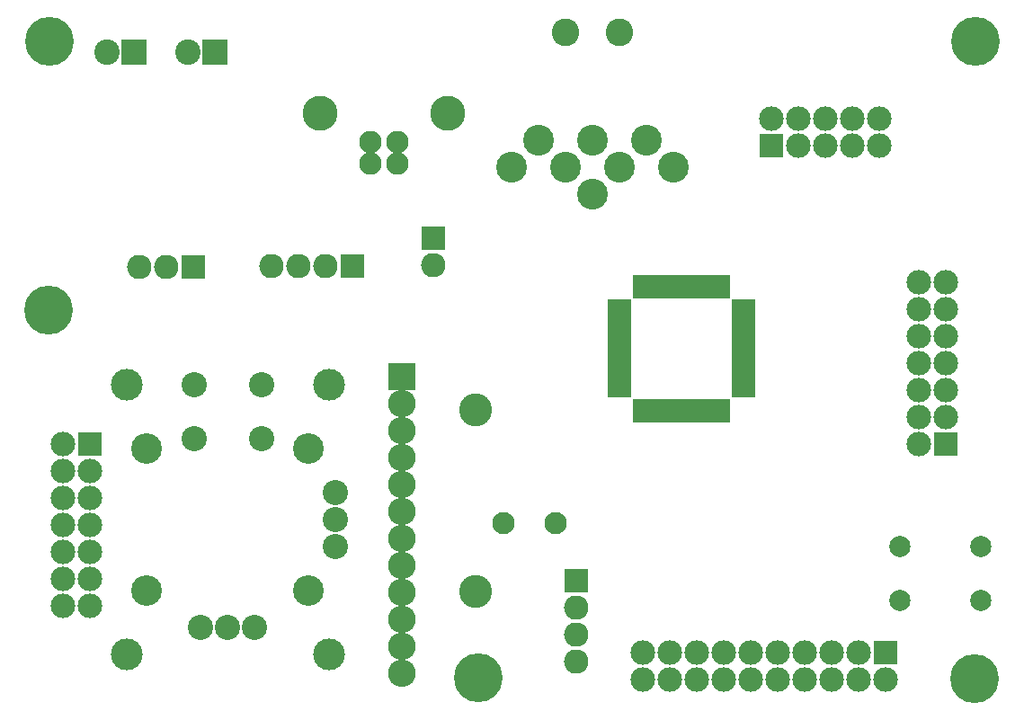
<source format=gbr>
G04 #@! TF.GenerationSoftware,KiCad,Pcbnew,5.0.0-fee4fd1~66~ubuntu18.04.1*
G04 #@! TF.CreationDate,2018-10-12T23:09:15+02:00*
G04 #@! TF.ProjectId,midi-v2-circuit,6D6964692D76322D636972637569742E,rev?*
G04 #@! TF.SameCoordinates,Original*
G04 #@! TF.FileFunction,Soldermask,Top*
G04 #@! TF.FilePolarity,Negative*
%FSLAX46Y46*%
G04 Gerber Fmt 4.6, Leading zero omitted, Abs format (unit mm)*
G04 Created by KiCad (PCBNEW 5.0.0-fee4fd1~66~ubuntu18.04.1) date Fri Oct 12 23:09:15 2018*
%MOMM*%
%LPD*%
G01*
G04 APERTURE LIST*
%ADD10C,4.600000*%
%ADD11C,3.100000*%
%ADD12R,2.327200X2.327200*%
%ADD13O,2.327200X2.327200*%
%ADD14R,2.300000X2.300000*%
%ADD15O,2.300000X2.300000*%
%ADD16C,2.378000*%
%ADD17C,2.886000*%
%ADD18C,3.000000*%
%ADD19C,1.997000*%
%ADD20O,2.598980X2.598980*%
%ADD21R,2.598980X2.598980*%
%ADD22C,2.100000*%
%ADD23R,2.400000X2.400000*%
%ADD24C,2.400000*%
%ADD25C,2.120000*%
%ADD26C,3.300000*%
%ADD27C,2.900000*%
%ADD28C,2.600000*%
%ADD29R,1.160000X2.200000*%
%ADD30R,2.200000X1.160000*%
G04 APERTURE END LIST*
D10*
G04 #@! TO.C,REF\002A\002A*
X107670600Y-74625200D03*
G04 #@! TD*
D11*
G04 #@! TO.C,REF\002A\002A*
X147866100Y-84007700D03*
G04 #@! TD*
G04 #@! TO.C,REF\002A\002A*
X147866100Y-101089200D03*
G04 #@! TD*
D12*
G04 #@! TO.C,J4*
X186512200Y-106902000D03*
D13*
X186512200Y-109442000D03*
X183972200Y-106902000D03*
X183972200Y-109442000D03*
X181432200Y-106902000D03*
X181432200Y-109442000D03*
X178892200Y-106902000D03*
X178892200Y-109442000D03*
X176352200Y-106902000D03*
X176352200Y-109442000D03*
X173812200Y-106902000D03*
X173812200Y-109442000D03*
X171272200Y-106902000D03*
X171272200Y-109442000D03*
X168732200Y-106902000D03*
X168732200Y-109442000D03*
X166192200Y-106902000D03*
X166192200Y-109442000D03*
X163652200Y-106902000D03*
X163652200Y-109442000D03*
G04 #@! TD*
D14*
G04 #@! TO.C,J2*
X157378400Y-100126800D03*
D15*
X157378400Y-102666800D03*
X157378400Y-105206800D03*
X157378400Y-107746800D03*
G04 #@! TD*
D16*
G04 #@! TO.C,RV1*
X127711200Y-81635600D03*
X121361200Y-81635600D03*
X127711200Y-86715600D03*
X121361200Y-86715600D03*
X127076200Y-104495600D03*
X124536200Y-104495600D03*
X121996200Y-104495600D03*
D17*
X132156200Y-87668100D03*
X132156200Y-101003100D03*
X116916200Y-101003100D03*
X116916200Y-87668100D03*
D16*
X134696200Y-91795600D03*
X134696200Y-94335600D03*
X134696200Y-96875600D03*
G04 #@! TD*
D10*
G04 #@! TO.C,REF\002A\002A*
X194894200Y-109296200D03*
G04 #@! TD*
D18*
G04 #@! TO.C,REF\002A\002A*
X115011200Y-81635600D03*
G04 #@! TD*
G04 #@! TO.C,REF\002A\002A*
X134061200Y-81635600D03*
G04 #@! TD*
G04 #@! TO.C,REF\002A\002A*
X115011200Y-107035600D03*
G04 #@! TD*
D19*
G04 #@! TO.C,SW2*
X195453000Y-96850200D03*
X195453000Y-101930200D03*
X187833000Y-96850200D03*
X187833000Y-101930200D03*
G04 #@! TD*
D10*
G04 #@! TO.C,REF\002A\002A*
X148082000Y-109194600D03*
G04 #@! TD*
G04 #@! TO.C,REF\002A\002A*
X107696000Y-49301400D03*
G04 #@! TD*
G04 #@! TO.C,REF\002A\002A*
X194919600Y-49301400D03*
G04 #@! TD*
D12*
G04 #@! TO.C,CON1*
X111582200Y-87223600D03*
D13*
X109042200Y-87223600D03*
X111582200Y-89763600D03*
X109042200Y-89763600D03*
X111582200Y-92303600D03*
X109042200Y-92303600D03*
X111582200Y-94843600D03*
X109042200Y-94843600D03*
X111582200Y-97383600D03*
X109042200Y-97383600D03*
X111582200Y-99923600D03*
X109042200Y-99923600D03*
X111582200Y-102463600D03*
X109042200Y-102463600D03*
G04 #@! TD*
D20*
G04 #@! TO.C,J1*
X140919200Y-88493600D03*
D21*
X140919200Y-80873600D03*
D20*
X140919200Y-83413600D03*
X140919200Y-85953600D03*
X140919200Y-91033600D03*
X140919200Y-93573600D03*
X140919200Y-96113600D03*
X140919200Y-98653600D03*
X140919200Y-101193600D03*
X140919200Y-103733600D03*
X140919200Y-106273600D03*
X140919200Y-108813600D03*
G04 #@! TD*
D14*
G04 #@! TO.C,J7*
X136271000Y-70485000D03*
D15*
X133731000Y-70485000D03*
X131191000Y-70485000D03*
X128651000Y-70485000D03*
G04 #@! TD*
D22*
G04 #@! TO.C,Y1*
X150495000Y-94665800D03*
X155395000Y-94665800D03*
G04 #@! TD*
D14*
G04 #@! TO.C,J8*
X121285000Y-70535800D03*
D15*
X118745000Y-70535800D03*
X116205000Y-70535800D03*
G04 #@! TD*
D14*
G04 #@! TO.C,J9*
X143865600Y-67818000D03*
D15*
X143865600Y-70358000D03*
G04 #@! TD*
D23*
G04 #@! TO.C,D1*
X123342400Y-50266600D03*
D24*
X120802400Y-50266600D03*
G04 #@! TD*
D23*
G04 #@! TO.C,D2*
X115722400Y-50266600D03*
D24*
X113182400Y-50266600D03*
G04 #@! TD*
D25*
G04 #@! TO.C,J6*
X140512800Y-60782200D03*
X137972800Y-60782200D03*
X137972800Y-58782200D03*
X140512800Y-58782200D03*
D26*
X145242800Y-56082200D03*
X133242800Y-56082200D03*
G04 #@! TD*
D27*
G04 #@! TO.C,J3*
X158902400Y-63703200D03*
X163982400Y-58623200D03*
X158902400Y-58623200D03*
X161442400Y-61163200D03*
D28*
X156362400Y-48463200D03*
D27*
X166522400Y-61163200D03*
X153822400Y-58623200D03*
X156362400Y-61163200D03*
X151282400Y-61163200D03*
D28*
X161442400Y-48463200D03*
G04 #@! TD*
D12*
G04 #@! TO.C,CON2*
X175742600Y-59105800D03*
D13*
X175742600Y-56565800D03*
X178282600Y-59105800D03*
X178282600Y-56565800D03*
X180822600Y-59105800D03*
X180822600Y-56565800D03*
X183362600Y-59105800D03*
X183362600Y-56565800D03*
X185902600Y-59105800D03*
X185902600Y-56565800D03*
G04 #@! TD*
D12*
G04 #@! TO.C,CON3*
X192151000Y-87249000D03*
D13*
X189611000Y-87249000D03*
X192151000Y-84709000D03*
X189611000Y-84709000D03*
X192151000Y-82169000D03*
X189611000Y-82169000D03*
X192151000Y-79629000D03*
X189611000Y-79629000D03*
X192151000Y-77089000D03*
X189611000Y-77089000D03*
X192151000Y-74549000D03*
X189611000Y-74549000D03*
X192151000Y-72009000D03*
X189611000Y-72009000D03*
G04 #@! TD*
D29*
G04 #@! TO.C,U1*
X171267000Y-72369000D03*
X170467000Y-72369000D03*
X169667000Y-72369000D03*
X168867000Y-72369000D03*
X168067000Y-72369000D03*
X167267000Y-72369000D03*
X166467000Y-72369000D03*
X165667000Y-72369000D03*
X164867000Y-72369000D03*
X164067000Y-72369000D03*
X163267000Y-72369000D03*
D30*
X161417000Y-74219000D03*
X161417000Y-75019000D03*
X161417000Y-75819000D03*
X161417000Y-76619000D03*
X161417000Y-77419000D03*
X161417000Y-78219000D03*
X161417000Y-79019000D03*
X161417000Y-79819000D03*
X161417000Y-80619000D03*
X161417000Y-81419000D03*
X161417000Y-82219000D03*
D29*
X163267000Y-84069000D03*
X164067000Y-84069000D03*
X164867000Y-84069000D03*
X165667000Y-84069000D03*
X166467000Y-84069000D03*
X167267000Y-84069000D03*
X168067000Y-84069000D03*
X168867000Y-84069000D03*
X169667000Y-84069000D03*
X170467000Y-84069000D03*
X171267000Y-84069000D03*
D30*
X173117000Y-82219000D03*
X173117000Y-81419000D03*
X173117000Y-80619000D03*
X173117000Y-79819000D03*
X173117000Y-79019000D03*
X173117000Y-78219000D03*
X173117000Y-77419000D03*
X173117000Y-76619000D03*
X173117000Y-75819000D03*
X173117000Y-75019000D03*
X173117000Y-74219000D03*
G04 #@! TD*
D18*
G04 #@! TO.C,REF\002A\002A*
X134061200Y-107035600D03*
G04 #@! TD*
M02*

</source>
